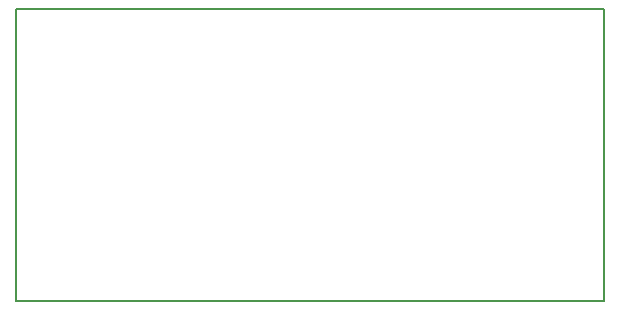
<source format=gbo>
G04 MADE WITH FRITZING*
G04 WWW.FRITZING.ORG*
G04 SINGLE SIDED*
G04 HOLES NOT PLATED*
G04 CONTOUR ON CENTER OF CONTOUR VECTOR*
%ASAXBY*%
%FSLAX23Y23*%
%MOIN*%
%OFA0B0*%
%SFA1.0B1.0*%
%ADD10R,1.967470X0.984252X1.951470X0.968252*%
%ADD11C,0.008000*%
%LNSILK0*%
G90*
G70*
G54D11*
X4Y980D02*
X1963Y980D01*
X1963Y4D01*
X4Y4D01*
X4Y980D01*
D02*
G04 End of Silk0*
M02*
</source>
